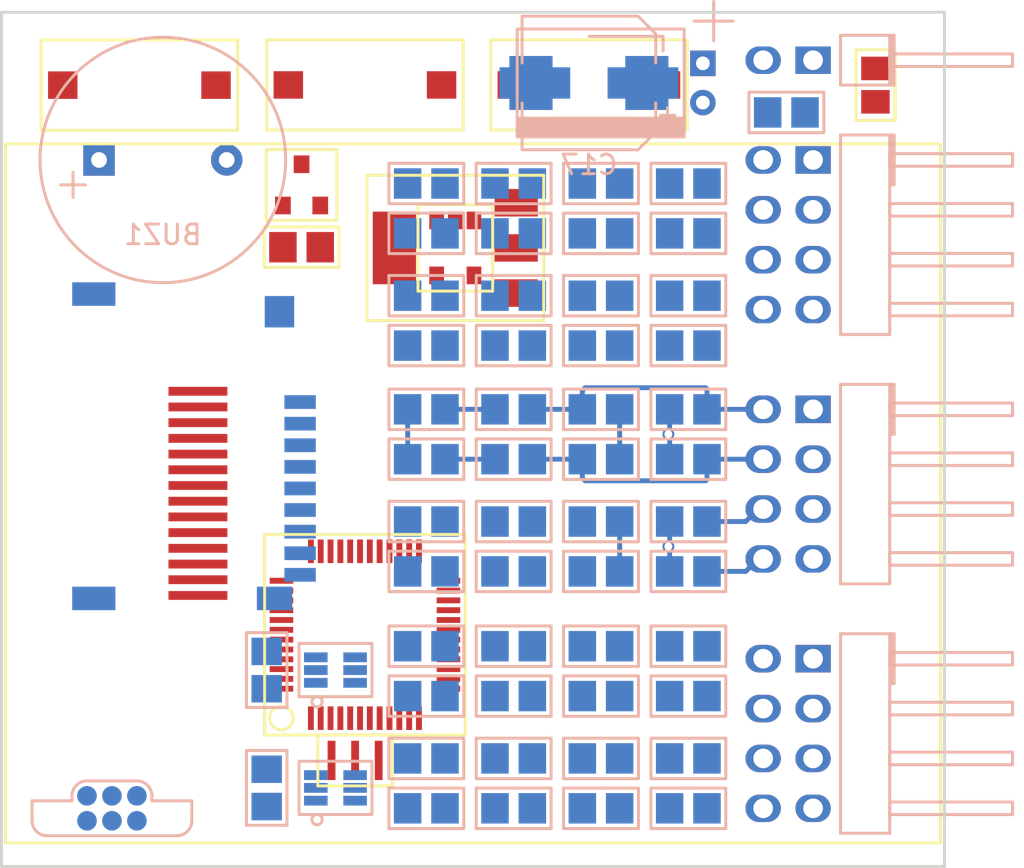
<source format=kicad_pcb>
(kicad_pcb (version 4) (host pcbnew 4.0.4-stable)
  (layers (0 F.Cu signal hide) (31 B.Cu signal) (34 B.Paste user) (35 F.Paste user) (36 B.SilkS user) (37 F.SilkS user) (38 B.Mask user) (39 F.Mask user) (44 Edge.Cuts user))
  (net 0 "")
  (net 1 GND)
  (net 2 VCC)
  (net 3 PIN0)
  (net 4 PIN1)
  (net 5 PIN2)
  (net 6 PIN3)
  (net 7 PIN4)
  (net 8 PIN5)
  (net 9 PIN6)
  (net 10 PIN7)
  (net 11 uC1)
  (net 12 uC0)
  (net 13 uC2)
  (net 14 uC3)
  (net 15 uC4)
  (net 16 uC5)
  (net 17 uC6)
  (net 18 uC7)
  (net 19 "Net-(BUZ1-Pad1)")
  (net 20 "Net-(BUZ1-Pad2)")
  (net 21 RST)
  (net 22 SWDIO)
  (net 23 SWCLK)
  (net 24 SWO)
  (net 25 PIN8)
  (net 26 PIN9)
  (net 27 PIN10)
  (net 28 PIN11)
  (net 29 uC8)
  (net 30 uC9)
  (net 31 uC10)
  (net 32 uC11)
  (net 33 VPP)
  (net 34 "Net-(Q2-Pad1)")
  (net 35 "Net-(Q2-Pad3)")
  (module niceSemiconductors:SOT23-5_N (layer F.Cu) (at 49.1 37.5 180)
    (fp_text reference U6)
    (fp_text value LP2980AIM5-3.0)
    (pad 1 smd rect (at -0.95 1.4 180) (size 0.75 0.9) (layers F.Cu F.Paste F.Mask) (net 33 VPP))
    (pad 2 smd rect (at 0 1.4 180) (size 0.75 0.9) (layers F.Cu F.Paste F.Mask) (net 1 GND))
    (pad 3 smd rect (at 0.95 1.4 180) (size 0.75 0.9) (layers F.Cu F.Paste F.Mask) (net 33 VPP))
    (pad 4 smd rect (at 0.95 -1.4) (size 0.75 0.9) (layers F.Cu F.Paste F.Mask))
    (pad 5 smd rect (at -0.95 -1.4) (size 0.75 0.9) (layers F.Cu F.Paste F.Mask) (net 2 VCC))
  )
  (module pnRLC:Cpol-6.3x7.7 (layer B.Cu) (at 55.9 29.1)
    (fp_text reference C17 (at 0 4.1656) (layer B.SilkS) (effects (justify mirror)))
    (fp_text value Cpol hide)
    (pad 1 smd rect (at 2.75082 0) (size 3.59918 1.6002) (layers B.Cu B.Paste B.Mask) (net 33 VPP))
    (pad 2 smd rect (at -2.75082 0) (size 3.59918 1.6002) (layers B.Cu B.Paste B.Mask) (net 1 GND))
  )
  (module niceRLC:Tantal_X_M (layer B.Cu) (at 55.9 29.1 180)
    (fp_text reference C15)
    (fp_text value Cpol)
    (pad 1 smd rect (at -2.95 0 180) (size 2.2 2.75) (layers B.Cu B.Paste B.Mask) (net 33 VPP))
    (pad 2 smd rect (at 2.95 0 180) (size 2.2 2.75) (layers B.Cu B.Paste B.Mask) (net 1 GND))
  )
  (module pnOther:XTAL_CSTCE (layer F.Cu) (at 44 63.6 180)
    (fp_text reference Q2)
    (fp_text value CSTCE)
    (pad 2 smd rect (at 0 0 180) (size 0.4 2) (layers F.Cu F.Paste F.Mask) (net 1 GND))
    (pad 1 smd rect (at -1.2 0 180) (size 0.4 2) (layers F.Cu F.Paste F.Mask) (net 34 "Net-(Q2-Pad1)"))
    (pad 3 smd rect (at 1.2 0 180) (size 0.4 2) (layers F.Cu F.Paste F.Mask) (net 35 "Net-(Q2-Pad3)"))
  )
  (module niceSemiconductors:SOT23-3_N (layer F.Cu) (at 41.275 34.29)
    (fp_text reference Q1)
    (fp_text value PDTC114ET)
    (pad 1 smd rect (at -0.95 1.05) (size 0.8 0.9) (layers F.Cu F.Paste F.Mask))
    (pad 2 smd rect (at 0.95 1.05) (size 0.8 0.9) (layers F.Cu F.Paste F.Mask) (net 1 GND))
    (pad 3 smd rect (at 0 -1.05 180) (size 0.8 0.9) (layers F.Cu F.Paste F.Mask) (net 20 "Net-(BUZ1-Pad2)"))
  )
  (module nicePinheaders:PIN-2x1_angled_N (layer B.Cu) (at 66.04 27.94 180)
    (fp_text reference CON5 hide)
    (fp_text value PIN-1x2)
    (pad 1 thru_hole rect (at -1.27 0 180) (size 1.8 1.4) (drill 1) (layers *.Cu *.Mask) (net 1 GND))
    (pad 2 thru_hole oval (at 1.27 0 180) (size 1.8 1.4) (drill 1) (layers *.Cu *.Mask) (net 33 VPP))
  )
  (module pnOther:buzzer_12x5.5 (layer B.Cu) (at 34.215 33.02)
    (fp_text reference BUZ1 (at 0 3.81) (layer B.SilkS) (effects (justify mirror)))
    (fp_text value PIN-1x2)
    (pad 1 thru_hole rect (at -3.25 0) (size 1.6 1.6) (drill 0.8) (layers *.Cu *.Mask) (net 19 "Net-(BUZ1-Pad1)"))
    (pad 2 thru_hole circle (at 3.25 0) (size 1.6 1.6) (drill 0.8) (layers *.Cu *.Mask) (net 20 "Net-(BUZ1-Pad2)"))
  )
  (module pnConnector:pogo_clip_6 (layer B.Cu) (at 31.623 66.04 180)
    (fp_text reference CON4)
    (fp_text value SWD-6pin)
    (pad 1 smd circle (at -1.27 -0.635 180) (size 1 1) (layers B.Cu B.Mask) (net 2 VCC))
    (pad 3 smd circle (at 0 -0.635 180) (size 1 1) (layers B.Cu B.Mask) (net 21 RST))
    (pad 5 smd circle (at 1.27 -0.635 180) (size 1 1) (layers B.Cu B.Mask) (net 1 GND))
    (pad 2 smd circle (at -1.27 0.635 180) (size 1 1) (layers B.Cu B.Mask) (net 22 SWDIO))
    (pad 4 smd circle (at 0 0.635 180) (size 1 1) (layers B.Cu B.Mask) (net 23 SWCLK))
    (pad 6 smd circle (at 1.27 0.635 180) (size 1 1) (layers B.Cu B.Mask) (net 24 SWO))
    (pad "" np_thru_hole circle (at -3.175 -0.635 180) (size 1 1) (drill 1) (layers *.Cu *.Mask))
    (pad "" np_thru_hole circle (at 3.175 -0.635 180) (size 1 1) (drill 1) (layers *.Cu *.Mask))
  )
  (module niceRLC:0805_N (layer F.Cu) (at 70.485 29.21 90)
    (fp_text reference D1)
    (fp_text value diode_LED)
    (pad 1 smd rect (at -0.85 0 90) (size 1.2 1.45) (layers F.Cu F.Paste F.Mask) (net 1 GND))
    (pad 2 smd rect (at 0.85 0 90) (size 1.2 1.45) (layers F.Cu F.Paste F.Mask))
  )
  (module 0805_M (layer B.Cu) (at 60.96 45.72 180)
    (fp_text reference C1)
    (fp_text value C)
    (pad 1 smd rect (at -0.95 0 180) (size 1.4 1.55) (layers B.Cu B.Paste B.Mask) (net 3 PIN0))
    (pad 2 smd rect (at 0.95 0 180) (size 1.4 1.55) (layers B.Cu B.Paste B.Mask) (net 1 GND))
  )
  (module 0805_M (layer B.Cu) (at 60.96 48.26 180)
    (fp_text reference C2)
    (fp_text value C)
    (pad 1 smd rect (at -0.95 0 180) (size 1.4 1.55) (layers B.Cu B.Paste B.Mask) (net 4 PIN1))
    (pad 2 smd rect (at 0.95 0 180) (size 1.4 1.55) (layers B.Cu B.Paste B.Mask) (net 1 GND))
  )
  (module 0805_M (layer B.Cu) (at 60.96 51.435 180)
    (fp_text reference C3)
    (fp_text value C)
    (pad 1 smd rect (at -0.95 0 180) (size 1.4 1.55) (layers B.Cu B.Paste B.Mask) (net 5 PIN2))
    (pad 2 smd rect (at 0.95 0 180) (size 1.4 1.55) (layers B.Cu B.Paste B.Mask) (net 1 GND))
  )
  (module 0805_M (layer B.Cu) (at 60.96 53.975 180)
    (fp_text reference C4)
    (fp_text value C)
    (pad 1 smd rect (at -0.95 0 180) (size 1.4 1.55) (layers B.Cu B.Paste B.Mask) (net 6 PIN3))
    (pad 2 smd rect (at 0.95 0 180) (size 1.4 1.55) (layers B.Cu B.Paste B.Mask) (net 1 GND))
  )
  (module 0805_M (layer B.Cu) (at 60.96 57.785 180)
    (fp_text reference C5)
    (fp_text value C)
    (pad 1 smd rect (at -0.95 0 180) (size 1.4 1.55) (layers B.Cu B.Paste B.Mask) (net 7 PIN4))
    (pad 2 smd rect (at 0.95 0 180) (size 1.4 1.55) (layers B.Cu B.Paste B.Mask) (net 1 GND))
  )
  (module 0805_M (layer B.Cu) (at 60.96 60.325 180)
    (fp_text reference C6)
    (fp_text value C)
    (pad 1 smd rect (at -0.95 0 180) (size 1.4 1.55) (layers B.Cu B.Paste B.Mask) (net 8 PIN5))
    (pad 2 smd rect (at 0.95 0 180) (size 1.4 1.55) (layers B.Cu B.Paste B.Mask) (net 1 GND))
  )
  (module 0805_M (layer B.Cu) (at 60.96 63.5 180)
    (fp_text reference C7)
    (fp_text value C)
    (pad 1 smd rect (at -0.95 0 180) (size 1.4 1.55) (layers B.Cu B.Paste B.Mask) (net 9 PIN6))
    (pad 2 smd rect (at 0.95 0 180) (size 1.4 1.55) (layers B.Cu B.Paste B.Mask) (net 1 GND))
  )
  (module 0805_M (layer B.Cu) (at 60.96 66.04 180)
    (fp_text reference C8)
    (fp_text value C)
    (pad 1 smd rect (at -0.95 0 180) (size 1.4 1.55) (layers B.Cu B.Paste B.Mask) (net 10 PIN7))
    (pad 2 smd rect (at 0.95 0 180) (size 1.4 1.55) (layers B.Cu B.Paste B.Mask) (net 1 GND))
  )
  (module 0805_M (layer B.Cu) (at 39.5 65 270)
    (fp_text reference C9)
    (fp_text value C)
    (pad 1 smd rect (at -0.95 0 270) (size 1.4 1.55) (layers B.Cu B.Paste B.Mask) (net 2 VCC))
    (pad 2 smd rect (at 0.95 0 270) (size 1.4 1.55) (layers B.Cu B.Paste B.Mask) (net 1 GND))
  )
  (module 0805_M (layer B.Cu) (at 39.5 59 270)
    (fp_text reference C10)
    (fp_text value C)
    (pad 1 smd rect (at -0.95 0 270) (size 1.4 1.55) (layers B.Cu B.Paste B.Mask) (net 2 VCC))
    (pad 2 smd rect (at 0.95 0 270) (size 1.4 1.55) (layers B.Cu B.Paste B.Mask) (net 1 GND))
  )
  (module 0805_M (layer B.Cu) (at 60.96 34.22 180)
    (fp_text reference C11)
    (fp_text value C)
    (pad 1 smd rect (at -0.95 0 180) (size 1.4 1.55) (layers B.Cu B.Paste B.Mask) (net 25 PIN8))
    (pad 2 smd rect (at 0.95 0 180) (size 1.4 1.55) (layers B.Cu B.Paste B.Mask) (net 1 GND))
  )
  (module 0805_M (layer B.Cu) (at 60.96 36.76 180)
    (fp_text reference C12)
    (fp_text value C)
    (pad 1 smd rect (at -0.95 0 180) (size 1.4 1.55) (layers B.Cu B.Paste B.Mask) (net 26 PIN9))
    (pad 2 smd rect (at 0.95 0 180) (size 1.4 1.55) (layers B.Cu B.Paste B.Mask) (net 1 GND))
  )
  (module 0805_M (layer B.Cu) (at 60.96 39.935 180)
    (fp_text reference C13)
    (fp_text value C)
    (pad 1 smd rect (at -0.95 0 180) (size 1.4 1.55) (layers B.Cu B.Paste B.Mask) (net 27 PIN10))
    (pad 2 smd rect (at 0.95 0 180) (size 1.4 1.55) (layers B.Cu B.Paste B.Mask) (net 1 GND))
  )
  (module 0805_M (layer B.Cu) (at 60.96 42.475 180)
    (fp_text reference C14)
    (fp_text value C)
    (pad 1 smd rect (at -0.95 0 180) (size 1.4 1.55) (layers B.Cu B.Paste B.Mask) (net 28 PIN11))
    (pad 2 smd rect (at 0.95 0 180) (size 1.4 1.55) (layers B.Cu B.Paste B.Mask) (net 1 GND))
  )
  (module niceRLC:Cpol_5.0_7.0_HR_N (layer B.Cu) (at 61.7 29.1 270)
    (fp_text reference C16)
    (fp_text value Cpol)
    (pad 1 thru_hole rect (at -1 0 270) (size 1.3 1.3) (drill 0.7) (layers *.Cu *.Mask) (net 33 VPP))
    (pad 2 thru_hole oval (at 1 0 270) (size 1.3 1.3) (drill 0.7) (layers *.Cu *.Mask) (net 1 GND))
  )
  (module 0805_M (layer B.Cu) (at 65.95 30.6)
    (fp_text reference C18)
    (fp_text value C)
    (pad 1 smd rect (at -0.95 0) (size 1.4 1.55) (layers B.Cu B.Paste B.Mask) (net 33 VPP))
    (pad 2 smd rect (at 0.95 0) (size 1.4 1.55) (layers B.Cu B.Paste B.Mask) (net 1 GND))
  )
  (module PIN-2x4_angled_N (layer B.Cu) (at 66.04 36.83 180)
    (fp_text reference CON1 hide)
    (fp_text value PIN-2x4)
    (pad 1 thru_hole rect (at -1.27 3.81 180) (size 1.8 1.4) (drill 1) (layers *.Cu *.Mask) (net 1 GND))
    (pad 2 thru_hole oval (at 1.27 3.81 180) (size 1.8 1.4) (drill 1) (layers *.Cu *.Mask) (net 25 PIN8))
    (pad 3 thru_hole oval (at -1.27 1.27 180) (size 1.8 1.4) (drill 1) (layers *.Cu *.Mask) (net 1 GND))
    (pad 4 thru_hole oval (at 1.27 1.27 180) (size 1.8 1.4) (drill 1) (layers *.Cu *.Mask) (net 26 PIN9))
    (pad 5 thru_hole oval (at -1.27 -1.27 180) (size 1.8 1.4) (drill 1) (layers *.Cu *.Mask) (net 1 GND))
    (pad 6 thru_hole oval (at 1.27 -1.27 180) (size 1.8 1.4) (drill 1) (layers *.Cu *.Mask) (net 27 PIN10))
    (pad 7 thru_hole oval (at -1.27 -3.81 180) (size 1.8 1.4) (drill 1) (layers *.Cu *.Mask) (net 1 GND))
    (pad 8 thru_hole oval (at 1.27 -3.81 180) (size 1.8 1.4) (drill 1) (layers *.Cu *.Mask) (net 28 PIN11))
  )
  (module PIN-2x4_angled_N (layer B.Cu) (at 66.04 49.53 180)
    (fp_text reference CON2 hide)
    (fp_text value PIN-2x4)
    (pad 1 thru_hole rect (at -1.27 3.81 180) (size 1.8 1.4) (drill 1) (layers *.Cu *.Mask) (net 1 GND))
    (pad 2 thru_hole oval (at 1.27 3.81 180) (size 1.8 1.4) (drill 1) (layers *.Cu *.Mask) (net 3 PIN0))
    (pad 3 thru_hole oval (at -1.27 1.27 180) (size 1.8 1.4) (drill 1) (layers *.Cu *.Mask) (net 1 GND))
    (pad 4 thru_hole oval (at 1.27 1.27 180) (size 1.8 1.4) (drill 1) (layers *.Cu *.Mask) (net 4 PIN1))
    (pad 5 thru_hole oval (at -1.27 -1.27 180) (size 1.8 1.4) (drill 1) (layers *.Cu *.Mask) (net 1 GND))
    (pad 6 thru_hole oval (at 1.27 -1.27 180) (size 1.8 1.4) (drill 1) (layers *.Cu *.Mask) (net 5 PIN2))
    (pad 7 thru_hole oval (at -1.27 -3.81 180) (size 1.8 1.4) (drill 1) (layers *.Cu *.Mask) (net 1 GND))
    (pad 8 thru_hole oval (at 1.27 -3.81 180) (size 1.8 1.4) (drill 1) (layers *.Cu *.Mask) (net 6 PIN3))
  )
  (module PIN-2x4_angled_N (layer B.Cu) (at 66.04 62.23 180)
    (fp_text reference CON3 hide)
    (fp_text value PIN-2x4)
    (pad 1 thru_hole rect (at -1.27 3.81 180) (size 1.8 1.4) (drill 1) (layers *.Cu *.Mask) (net 1 GND))
    (pad 2 thru_hole oval (at 1.27 3.81 180) (size 1.8 1.4) (drill 1) (layers *.Cu *.Mask) (net 7 PIN4))
    (pad 3 thru_hole oval (at -1.27 1.27 180) (size 1.8 1.4) (drill 1) (layers *.Cu *.Mask) (net 1 GND))
    (pad 4 thru_hole oval (at 1.27 1.27 180) (size 1.8 1.4) (drill 1) (layers *.Cu *.Mask) (net 8 PIN5))
    (pad 5 thru_hole oval (at -1.27 -1.27 180) (size 1.8 1.4) (drill 1) (layers *.Cu *.Mask) (net 1 GND))
    (pad 6 thru_hole oval (at 1.27 -1.27 180) (size 1.8 1.4) (drill 1) (layers *.Cu *.Mask) (net 9 PIN6))
    (pad 7 thru_hole oval (at -1.27 -3.81 180) (size 1.8 1.4) (drill 1) (layers *.Cu *.Mask) (net 1 GND))
    (pad 8 thru_hole oval (at 1.27 -3.81 180) (size 1.8 1.4) (drill 1) (layers *.Cu *.Mask) (net 10 PIN7))
  )
  (module 0805_R_M (layer B.Cu) (at 56.515 45.72)
    (fp_text reference R1)
    (fp_text value R)
    (pad 1 smd rect (at -0.95 0) (size 1.4 1.55) (layers B.Cu B.Paste B.Mask) (net 3 PIN0))
    (pad 2 smd rect (at 0.95 0) (size 1.4 1.55) (layers B.Cu B.Paste B.Mask) (net 2 VCC))
  )
  (module 0805_R_M (layer B.Cu) (at 56.515 48.26)
    (fp_text reference R2)
    (fp_text value R)
    (pad 1 smd rect (at -0.95 0) (size 1.4 1.55) (layers B.Cu B.Paste B.Mask) (net 4 PIN1))
    (pad 2 smd rect (at 0.95 0) (size 1.4 1.55) (layers B.Cu B.Paste B.Mask) (net 2 VCC))
  )
  (module 0805_R_M (layer B.Cu) (at 56.515 51.435)
    (fp_text reference R3)
    (fp_text value R)
    (pad 1 smd rect (at -0.95 0) (size 1.4 1.55) (layers B.Cu B.Paste B.Mask) (net 5 PIN2))
    (pad 2 smd rect (at 0.95 0) (size 1.4 1.55) (layers B.Cu B.Paste B.Mask) (net 2 VCC))
  )
  (module 0805_R_M (layer B.Cu) (at 52.07 48.26)
    (fp_text reference R4)
    (fp_text value R)
    (pad 1 smd rect (at -0.95 0) (size 1.4 1.55) (layers B.Cu B.Paste B.Mask) (net 11 uC1))
    (pad 2 smd rect (at 0.95 0) (size 1.4 1.55) (layers B.Cu B.Paste B.Mask) (net 4 PIN1))
  )
  (module 0805_R_M (layer B.Cu) (at 52.07 45.72)
    (fp_text reference R5)
    (fp_text value R)
    (pad 1 smd rect (at -0.95 0) (size 1.4 1.55) (layers B.Cu B.Paste B.Mask) (net 12 uC0))
    (pad 2 smd rect (at 0.95 0) (size 1.4 1.55) (layers B.Cu B.Paste B.Mask) (net 3 PIN0))
  )
  (module 0805_R_M (layer B.Cu) (at 52.07 51.435)
    (fp_text reference R6)
    (fp_text value R)
    (pad 1 smd rect (at -0.95 0) (size 1.4 1.55) (layers B.Cu B.Paste B.Mask) (net 13 uC2))
    (pad 2 smd rect (at 0.95 0) (size 1.4 1.55) (layers B.Cu B.Paste B.Mask) (net 5 PIN2))
  )
  (module 0805_R_M (layer B.Cu) (at 56.515 53.975)
    (fp_text reference R7)
    (fp_text value R)
    (pad 1 smd rect (at -0.95 0) (size 1.4 1.55) (layers B.Cu B.Paste B.Mask) (net 6 PIN3))
    (pad 2 smd rect (at 0.95 0) (size 1.4 1.55) (layers B.Cu B.Paste B.Mask) (net 2 VCC))
  )
  (module 0805_R_M (layer B.Cu) (at 56.515 57.785)
    (fp_text reference R8)
    (fp_text value R)
    (pad 1 smd rect (at -0.95 0) (size 1.4 1.55) (layers B.Cu B.Paste B.Mask) (net 7 PIN4))
    (pad 2 smd rect (at 0.95 0) (size 1.4 1.55) (layers B.Cu B.Paste B.Mask) (net 2 VCC))
  )
  (module 0805_R_M (layer B.Cu) (at 56.515 60.325)
    (fp_text reference R9)
    (fp_text value R)
    (pad 1 smd rect (at -0.95 0) (size 1.4 1.55) (layers B.Cu B.Paste B.Mask) (net 8 PIN5))
    (pad 2 smd rect (at 0.95 0) (size 1.4 1.55) (layers B.Cu B.Paste B.Mask) (net 2 VCC))
  )
  (module 0805_R_M (layer B.Cu) (at 52.07 53.975)
    (fp_text reference R10)
    (fp_text value R)
    (pad 1 smd rect (at -0.95 0) (size 1.4 1.55) (layers B.Cu B.Paste B.Mask) (net 14 uC3))
    (pad 2 smd rect (at 0.95 0) (size 1.4 1.55) (layers B.Cu B.Paste B.Mask) (net 6 PIN3))
  )
  (module 0805_R_M (layer B.Cu) (at 52.07 57.785)
    (fp_text reference R11)
    (fp_text value R)
    (pad 1 smd rect (at -0.95 0) (size 1.4 1.55) (layers B.Cu B.Paste B.Mask) (net 15 uC4))
    (pad 2 smd rect (at 0.95 0) (size 1.4 1.55) (layers B.Cu B.Paste B.Mask) (net 7 PIN4))
  )
  (module 0805_R_M (layer B.Cu) (at 52.07 60.325)
    (fp_text reference R12)
    (fp_text value R)
    (pad 1 smd rect (at -0.95 0) (size 1.4 1.55) (layers B.Cu B.Paste B.Mask) (net 16 uC5))
    (pad 2 smd rect (at 0.95 0) (size 1.4 1.55) (layers B.Cu B.Paste B.Mask) (net 8 PIN5))
  )
  (module 0805_R_M (layer B.Cu) (at 56.515 63.5)
    (fp_text reference R13)
    (fp_text value R)
    (pad 1 smd rect (at -0.95 0) (size 1.4 1.55) (layers B.Cu B.Paste B.Mask) (net 9 PIN6))
    (pad 2 smd rect (at 0.95 0) (size 1.4 1.55) (layers B.Cu B.Paste B.Mask) (net 2 VCC))
  )
  (module 0805_R_M (layer B.Cu) (at 56.515 66.04)
    (fp_text reference R14)
    (fp_text value R)
    (pad 1 smd rect (at -0.95 0) (size 1.4 1.55) (layers B.Cu B.Paste B.Mask) (net 10 PIN7))
    (pad 2 smd rect (at 0.95 0) (size 1.4 1.55) (layers B.Cu B.Paste B.Mask) (net 2 VCC))
  )
  (module 0805_R_M (layer B.Cu) (at 52.07 63.5)
    (fp_text reference R15)
    (fp_text value R)
    (pad 1 smd rect (at -0.95 0) (size 1.4 1.55) (layers B.Cu B.Paste B.Mask) (net 17 uC6))
    (pad 2 smd rect (at 0.95 0) (size 1.4 1.55) (layers B.Cu B.Paste B.Mask) (net 9 PIN6))
  )
  (module 0805_R_M (layer B.Cu) (at 52.07 66.04)
    (fp_text reference R16)
    (fp_text value R)
    (pad 1 smd rect (at -0.95 0) (size 1.4 1.55) (layers B.Cu B.Paste B.Mask) (net 18 uC7))
    (pad 2 smd rect (at 0.95 0) (size 1.4 1.55) (layers B.Cu B.Paste B.Mask) (net 10 PIN7))
  )
  (module 0805_R_M (layer B.Cu) (at 47.625 45.72)
    (fp_text reference R17)
    (fp_text value R)
    (pad 1 smd rect (at -0.95 0) (size 1.4 1.55) (layers B.Cu B.Paste B.Mask) (net 1 GND))
    (pad 2 smd rect (at 0.95 0) (size 1.4 1.55) (layers B.Cu B.Paste B.Mask) (net 12 uC0))
  )
  (module 0805_R_M (layer B.Cu) (at 47.625 48.26)
    (fp_text reference R18)
    (fp_text value R)
    (pad 1 smd rect (at -0.95 0) (size 1.4 1.55) (layers B.Cu B.Paste B.Mask) (net 1 GND))
    (pad 2 smd rect (at 0.95 0) (size 1.4 1.55) (layers B.Cu B.Paste B.Mask) (net 11 uC1))
  )
  (module 0805_R_M (layer B.Cu) (at 47.625 51.435)
    (fp_text reference R19)
    (fp_text value R)
    (pad 1 smd rect (at -0.95 0) (size 1.4 1.55) (layers B.Cu B.Paste B.Mask) (net 1 GND))
    (pad 2 smd rect (at 0.95 0) (size 1.4 1.55) (layers B.Cu B.Paste B.Mask) (net 13 uC2))
  )
  (module 0805_R_M (layer B.Cu) (at 47.625 53.975)
    (fp_text reference R20)
    (fp_text value R)
    (pad 1 smd rect (at -0.95 0) (size 1.4 1.55) (layers B.Cu B.Paste B.Mask) (net 1 GND))
    (pad 2 smd rect (at 0.95 0) (size 1.4 1.55) (layers B.Cu B.Paste B.Mask) (net 14 uC3))
  )
  (module 0805_R_M (layer B.Cu) (at 47.625 57.785)
    (fp_text reference R21)
    (fp_text value R)
    (pad 1 smd rect (at -0.95 0) (size 1.4 1.55) (layers B.Cu B.Paste B.Mask) (net 1 GND))
    (pad 2 smd rect (at 0.95 0) (size 1.4 1.55) (layers B.Cu B.Paste B.Mask) (net 15 uC4))
  )
  (module 0805_R_M (layer B.Cu) (at 47.625 60.325)
    (fp_text reference R22)
    (fp_text value R)
    (pad 1 smd rect (at -0.95 0) (size 1.4 1.55) (layers B.Cu B.Paste B.Mask) (net 1 GND))
    (pad 2 smd rect (at 0.95 0) (size 1.4 1.55) (layers B.Cu B.Paste B.Mask) (net 16 uC5))
  )
  (module 0805_R_M (layer B.Cu) (at 47.625 63.5)
    (fp_text reference R23)
    (fp_text value R)
    (pad 1 smd rect (at -0.95 0) (size 1.4 1.55) (layers B.Cu B.Paste B.Mask) (net 1 GND))
    (pad 2 smd rect (at 0.95 0) (size 1.4 1.55) (layers B.Cu B.Paste B.Mask) (net 17 uC6))
  )
  (module 0805_R_M (layer B.Cu) (at 47.625 66.04)
    (fp_text reference R24)
    (fp_text value R)
    (pad 1 smd rect (at -0.95 0) (size 1.4 1.55) (layers B.Cu B.Paste B.Mask) (net 1 GND))
    (pad 2 smd rect (at 0.95 0) (size 1.4 1.55) (layers B.Cu B.Paste B.Mask) (net 18 uC7))
  )
  (module 0805_R_M (layer B.Cu) (at 56.515 34.22)
    (fp_text reference R25)
    (fp_text value R)
    (pad 1 smd rect (at -0.95 0) (size 1.4 1.55) (layers B.Cu B.Paste B.Mask) (net 25 PIN8))
    (pad 2 smd rect (at 0.95 0) (size 1.4 1.55) (layers B.Cu B.Paste B.Mask) (net 2 VCC))
  )
  (module 0805_R_M (layer B.Cu) (at 56.515 36.76)
    (fp_text reference R26)
    (fp_text value R)
    (pad 1 smd rect (at -0.95 0) (size 1.4 1.55) (layers B.Cu B.Paste B.Mask) (net 26 PIN9))
    (pad 2 smd rect (at 0.95 0) (size 1.4 1.55) (layers B.Cu B.Paste B.Mask) (net 2 VCC))
  )
  (module 0805_R_M (layer B.Cu) (at 56.515 39.935)
    (fp_text reference R27)
    (fp_text value R)
    (pad 1 smd rect (at -0.95 0) (size 1.4 1.55) (layers B.Cu B.Paste B.Mask) (net 27 PIN10))
    (pad 2 smd rect (at 0.95 0) (size 1.4 1.55) (layers B.Cu B.Paste B.Mask) (net 2 VCC))
  )
  (module 0805_R_M (layer B.Cu) (at 56.515 42.475)
    (fp_text reference R28)
    (fp_text value R)
    (pad 1 smd rect (at -0.95 0) (size 1.4 1.55) (layers B.Cu B.Paste B.Mask) (net 28 PIN11))
    (pad 2 smd rect (at 0.95 0) (size 1.4 1.55) (layers B.Cu B.Paste B.Mask) (net 2 VCC))
  )
  (module 0805_R_M (layer B.Cu) (at 52.07 34.22)
    (fp_text reference R29)
    (fp_text value R)
    (pad 1 smd rect (at -0.95 0) (size 1.4 1.55) (layers B.Cu B.Paste B.Mask) (net 29 uC8))
    (pad 2 smd rect (at 0.95 0) (size 1.4 1.55) (layers B.Cu B.Paste B.Mask) (net 25 PIN8))
  )
  (module 0805_R_M (layer B.Cu) (at 52.07 36.76)
    (fp_text reference R30)
    (fp_text value R)
    (pad 1 smd rect (at -0.95 0) (size 1.4 1.55) (layers B.Cu B.Paste B.Mask) (net 30 uC9))
    (pad 2 smd rect (at 0.95 0) (size 1.4 1.55) (layers B.Cu B.Paste B.Mask) (net 26 PIN9))
  )
  (module 0805_R_M (layer B.Cu) (at 52.07 39.935)
    (fp_text reference R31)
    (fp_text value R)
    (pad 1 smd rect (at -0.95 0) (size 1.4 1.55) (layers B.Cu B.Paste B.Mask) (net 31 uC10))
    (pad 2 smd rect (at 0.95 0) (size 1.4 1.55) (layers B.Cu B.Paste B.Mask) (net 27 PIN10))
  )
  (module 0805_R_M (layer B.Cu) (at 52.07 42.475)
    (fp_text reference R32)
    (fp_text value R)
    (pad 1 smd rect (at -0.95 0) (size 1.4 1.55) (layers B.Cu B.Paste B.Mask) (net 32 uC11))
    (pad 2 smd rect (at 0.95 0) (size 1.4 1.55) (layers B.Cu B.Paste B.Mask) (net 28 PIN11))
  )
  (module 0805_R_M (layer B.Cu) (at 47.625 34.22)
    (fp_text reference R33)
    (fp_text value R)
    (pad 1 smd rect (at -0.95 0) (size 1.4 1.55) (layers B.Cu B.Paste B.Mask) (net 1 GND))
    (pad 2 smd rect (at 0.95 0) (size 1.4 1.55) (layers B.Cu B.Paste B.Mask) (net 29 uC8))
  )
  (module 0805_R_M (layer B.Cu) (at 47.625 36.76)
    (fp_text reference R34)
    (fp_text value R)
    (pad 1 smd rect (at -0.95 0) (size 1.4 1.55) (layers B.Cu B.Paste B.Mask) (net 1 GND))
    (pad 2 smd rect (at 0.95 0) (size 1.4 1.55) (layers B.Cu B.Paste B.Mask) (net 30 uC9))
  )
  (module 0805_R_M (layer B.Cu) (at 47.625 39.935)
    (fp_text reference R35)
    (fp_text value R)
    (pad 1 smd rect (at -0.95 0) (size 1.4 1.55) (layers B.Cu B.Paste B.Mask) (net 1 GND))
    (pad 2 smd rect (at 0.95 0) (size 1.4 1.55) (layers B.Cu B.Paste B.Mask) (net 31 uC10))
  )
  (module 0805_R_M (layer B.Cu) (at 47.625 42.475)
    (fp_text reference R36)
    (fp_text value R)
    (pad 1 smd rect (at -0.95 0) (size 1.4 1.55) (layers B.Cu B.Paste B.Mask) (net 1 GND))
    (pad 2 smd rect (at 0.95 0) (size 1.4 1.55) (layers B.Cu B.Paste B.Mask) (net 32 uC11))
  )
  (module 0805_R_M (layer F.Cu) (at 41.275 37.465)
    (fp_text reference R37)
    (fp_text value R)
    (pad 1 smd rect (at -0.95 0) (size 1.4 1.55) (layers F.Cu F.Paste F.Mask) (net 19 "Net-(BUZ1-Pad1)"))
    (pad 2 smd rect (at 0.95 0) (size 1.4 1.55) (layers F.Cu F.Paste F.Mask) (net 33 VPP))
  )
  (module MicroswitchSmd6x4_N (layer F.Cu) (at 33.02 29.21 90)
    (fp_text reference SW1)
    (fp_text value MicroswitchSmt6x4_V)
    (pad 1 smd rect (at 0 3.9 90) (size 1.4 1.5) (layers F.Cu F.Paste F.Mask) (net 1 GND))
    (pad 2 smd rect (at 0 -3.9 270) (size 1.4 1.5) (layers F.Cu F.Paste F.Mask))
  )
  (module MicroswitchSmd6x4_N (layer F.Cu) (at 44.5 29.2 90)
    (fp_text reference SW2)
    (fp_text value MicroswitchSmt6x4_V)
    (pad 1 smd rect (at 0 3.9 90) (size 1.4 1.5) (layers F.Cu F.Paste F.Mask) (net 1 GND))
    (pad 2 smd rect (at 0 -3.9 270) (size 1.4 1.5) (layers F.Cu F.Paste F.Mask))
  )
  (module MicroswitchSmd6x4_N (layer F.Cu) (at 55.9 29.2 90)
    (fp_text reference SW3)
    (fp_text value MicroswitchSmt6x4_V)
    (pad 1 smd rect (at 0 3.9 90) (size 1.4 1.5) (layers F.Cu F.Paste F.Mask) (net 1 GND))
    (pad 2 smd rect (at 0 -3.9 270) (size 1.4 1.5) (layers F.Cu F.Paste F.Mask))
  )
  (module ST_LQFP48_ST_default (layer F.Cu) (at 44.5 57.2 90)
    (fp_text reference U1)
    (fp_text value STM32_LQFP48)
    (pad 1 smd rect (at -4.25 -2.75 90) (size 1.2 0.3) (layers F.Cu F.Paste F.Mask) (net 2 VCC))
    (pad 2 smd rect (at -4.25 -2.25 90) (size 1.2 0.3) (layers F.Cu F.Paste F.Mask))
    (pad 3 smd rect (at -4.25 -1.75 90) (size 1.2 0.3) (layers F.Cu F.Paste F.Mask))
    (pad 4 smd rect (at -4.25 -1.25 90) (size 1.2 0.3) (layers F.Cu F.Paste F.Mask))
    (pad 5 smd rect (at -4.25 -0.75 90) (size 1.2 0.3) (layers F.Cu F.Paste F.Mask) (net 35 "Net-(Q2-Pad3)"))
    (pad 6 smd rect (at -4.25 -0.25 90) (size 1.2 0.3) (layers F.Cu F.Paste F.Mask) (net 34 "Net-(Q2-Pad1)"))
    (pad 7 smd rect (at -4.25 0.25 90) (size 1.2 0.3) (layers F.Cu F.Paste F.Mask) (net 21 RST))
    (pad 8 smd rect (at -4.25 0.75 90) (size 1.2 0.3) (layers F.Cu F.Paste F.Mask) (net 1 GND))
    (pad 9 smd rect (at -4.25 1.25 90) (size 1.2 0.3) (layers F.Cu F.Paste F.Mask) (net 2 VCC))
    (pad 10 smd rect (at -4.25 1.75 90) (size 1.2 0.3) (layers F.Cu F.Paste F.Mask) (net 12 uC0))
    (pad 11 smd rect (at -4.25 2.25 90) (size 1.2 0.3) (layers F.Cu F.Paste F.Mask) (net 11 uC1))
    (pad 12 smd rect (at -4.25 2.75 90) (size 1.2 0.3) (layers F.Cu F.Paste F.Mask) (net 13 uC2))
    (pad 13 smd rect (at -2.75 4.25 180) (size 1.2 0.3) (layers F.Cu F.Paste F.Mask) (net 14 uC3))
    (pad 14 smd rect (at -2.25 4.25 180) (size 1.2 0.3) (layers F.Cu F.Paste F.Mask) (net 15 uC4))
    (pad 15 smd rect (at -1.75 4.25 180) (size 1.2 0.3) (layers F.Cu F.Paste F.Mask) (net 16 uC5))
    (pad 16 smd rect (at -1.25 4.25 180) (size 1.2 0.3) (layers F.Cu F.Paste F.Mask) (net 17 uC6))
    (pad 17 smd rect (at -0.75 4.25 180) (size 1.2 0.3) (layers F.Cu F.Paste F.Mask))
    (pad 18 smd rect (at -0.25 4.25 180) (size 1.2 0.3) (layers F.Cu F.Paste F.Mask) (net 18 uC7))
    (pad 19 smd rect (at 0.25 4.25 180) (size 1.2 0.3) (layers F.Cu F.Paste F.Mask))
    (pad 20 smd rect (at 0.75 4.25 180) (size 1.2 0.3) (layers F.Cu F.Paste F.Mask))
    (pad 21 smd rect (at 1.25 4.25 180) (size 1.2 0.3) (layers F.Cu F.Paste F.Mask))
    (pad 22 smd rect (at 1.75 4.25 180) (size 1.2 0.3) (layers F.Cu F.Paste F.Mask))
    (pad 23 smd rect (at 2.25 4.25 180) (size 1.2 0.3) (layers F.Cu F.Paste F.Mask) (net 1 GND))
    (pad 24 smd rect (at 2.75 4.25 180) (size 1.2 0.3) (layers F.Cu F.Paste F.Mask) (net 2 VCC))
    (pad 25 smd rect (at 4.25 2.75 270) (size 1.2 0.3) (layers F.Cu F.Paste F.Mask))
    (pad 26 smd rect (at 4.25 2.25 270) (size 1.2 0.3) (layers F.Cu F.Paste F.Mask))
    (pad 27 smd rect (at 4.25 1.75 270) (size 1.2 0.3) (layers F.Cu F.Paste F.Mask))
    (pad 28 smd rect (at 4.25 1.25 270) (size 1.2 0.3) (layers F.Cu F.Paste F.Mask))
    (pad 29 smd rect (at 4.25 0.75 270) (size 1.2 0.3) (layers F.Cu F.Paste F.Mask))
    (pad 30 smd rect (at 4.25 0.25 270) (size 1.2 0.3) (layers F.Cu F.Paste F.Mask))
    (pad 31 smd rect (at 4.25 -0.25 270) (size 1.2 0.3) (layers F.Cu F.Paste F.Mask))
    (pad 32 smd rect (at 4.25 -0.75 270) (size 1.2 0.3) (layers F.Cu F.Paste F.Mask))
    (pad 33 smd rect (at 4.25 -1.25 270) (size 1.2 0.3) (layers F.Cu F.Paste F.Mask))
    (pad 34 smd rect (at 4.25 -1.75 270) (size 1.2 0.3) (layers F.Cu F.Paste F.Mask) (net 22 SWDIO))
    (pad 35 smd rect (at 4.25 -2.25 270) (size 1.2 0.3) (layers F.Cu F.Paste F.Mask))
    (pad 36 smd rect (at 4.25 -2.75 270) (size 1.2 0.3) (layers F.Cu F.Paste F.Mask))
    (pad 37 smd rect (at 2.75 -4.25) (size 1.2 0.3) (layers F.Cu F.Paste F.Mask) (net 23 SWCLK))
    (pad 38 smd rect (at 2.25 -4.25) (size 1.2 0.3) (layers F.Cu F.Paste F.Mask))
    (pad 39 smd rect (at 1.75 -4.25) (size 1.2 0.3) (layers F.Cu F.Paste F.Mask) (net 24 SWO))
    (pad 40 smd rect (at 1.25 -4.25) (size 1.2 0.3) (layers F.Cu F.Paste F.Mask))
    (pad 41 smd rect (at 0.75 -4.25) (size 1.2 0.3) (layers F.Cu F.Paste F.Mask))
    (pad 42 smd rect (at 0.25 -4.25) (size 1.2 0.3) (layers F.Cu F.Paste F.Mask))
    (pad 43 smd rect (at -0.25 -4.25) (size 1.2 0.3) (layers F.Cu F.Paste F.Mask))
    (pad 44 smd rect (at -0.75 -4.25) (size 1.2 0.3) (layers F.Cu F.Paste F.Mask))
    (pad 45 smd rect (at -1.25 -4.25) (size 1.2 0.3) (layers F.Cu F.Paste F.Mask))
    (pad 46 smd rect (at -1.75 -4.25) (size 1.2 0.3) (layers F.Cu F.Paste F.Mask))
    (pad 47 smd rect (at -2.25 -4.25) (size 1.2 0.3) (layers F.Cu F.Paste F.Mask) (net 1 GND))
    (pad 48 smd rect (at -2.75 -4.25) (size 1.2 0.3) (layers F.Cu F.Paste F.Mask) (net 2 VCC))
  )
  (module TFT_1_8_ST7735_N (layer F.Cu) (at 50 50)
    (fp_text reference U2)
    (fp_text value TFT_1_8_ST7735)
    (pad 1 smd rect (at -14 5.2) (size 3 0.45) (layers F.Cu F.Paste F.Mask))
    (pad 2 smd rect (at -14 4.4) (size 3 0.45) (layers F.Cu F.Paste F.Mask))
    (pad 3 smd rect (at -14 3.6) (size 3 0.45) (layers F.Cu F.Paste F.Mask))
    (pad 4 smd rect (at -14 2.8) (size 3 0.45) (layers F.Cu F.Paste F.Mask))
    (pad 5 smd rect (at -14 2) (size 3 0.45) (layers F.Cu F.Paste F.Mask))
    (pad 6 smd rect (at -14 1.2) (size 3 0.45) (layers F.Cu F.Paste F.Mask))
    (pad 7 smd rect (at -14 0.4) (size 3 0.45) (layers F.Cu F.Paste F.Mask))
    (pad 8 smd rect (at -14 -0.4) (size 3 0.45) (layers F.Cu F.Paste F.Mask))
    (pad 9 smd rect (at -14 -1.2) (size 3 0.45) (layers F.Cu F.Paste F.Mask))
    (pad 10 smd rect (at -14 -2) (size 3 0.45) (layers F.Cu F.Paste F.Mask))
    (pad 11 smd rect (at -14 -2.8) (size 3 0.45) (layers F.Cu F.Paste F.Mask))
    (pad 12 smd rect (at -14 -3.6) (size 3 0.45) (layers F.Cu F.Paste F.Mask))
    (pad 13 smd rect (at -14 -4.4) (size 3 0.45) (layers F.Cu F.Paste F.Mask))
    (pad 14 smd rect (at -14 -5.2) (size 3 0.45) (layers F.Cu F.Paste F.Mask))
  )
  (module SC70-6_M (layer B.Cu) (at 43 59 90)
    (fp_text reference U3)
    (fp_text value NCS199A1)
    (pad 1 smd rect (at -0.65 -1 90) (size 0.5 1.2) (layers B.Cu B.Paste B.Mask) (net 1 GND))
    (pad 2 smd rect (at 0 -1 90) (size 0.5 1.2) (layers B.Cu B.Paste B.Mask) (net 1 GND))
    (pad 3 smd rect (at 0.65 -1 90) (size 0.5 1.2) (layers B.Cu B.Paste B.Mask) (net 2 VCC))
    (pad 4 smd rect (at 0.65 1 270) (size 0.5 1.2) (layers B.Cu B.Paste B.Mask) (net 7 PIN4))
    (pad 5 smd rect (at 0 1 270) (size 0.5 1.2) (layers B.Cu B.Paste B.Mask) (net 8 PIN5))
    (pad 6 smd rect (at -0.65 1 270) (size 0.5 1.2) (layers B.Cu B.Paste B.Mask) (net 15 uC4))
  )
  (module SC70-6_M (layer B.Cu) (at 43 65 90)
    (fp_text reference U4)
    (fp_text value NCS199A1)
    (pad 1 smd rect (at -0.65 -1 90) (size 0.5 1.2) (layers B.Cu B.Paste B.Mask) (net 1 GND))
    (pad 2 smd rect (at 0 -1 90) (size 0.5 1.2) (layers B.Cu B.Paste B.Mask) (net 1 GND))
    (pad 3 smd rect (at 0.65 -1 90) (size 0.5 1.2) (layers B.Cu B.Paste B.Mask) (net 2 VCC))
    (pad 4 smd rect (at 0.65 1 270) (size 0.5 1.2) (layers B.Cu B.Paste B.Mask) (net 9 PIN6))
    (pad 5 smd rect (at 0 1 270) (size 0.5 1.2) (layers B.Cu B.Paste B.Mask) (net 10 PIN7))
    (pad 6 smd rect (at -0.65 1 270) (size 0.5 1.2) (layers B.Cu B.Paste B.Mask) (net 17 uC6))
  )
  (module SOT223_N (layer F.Cu) (at 49.1 37.5 90)
    (fp_text reference U5)
    (fp_text value AMS1117-3.3)
    (pad 2 smd rect (at 0 -3.1 90) (size 3.7 2.2) (layers F.Cu F.Paste F.Mask) (net 2 VCC))
    (pad 1 smd rect (at -2.3 3.1 90) (size 1.4 2.2) (layers F.Cu F.Paste F.Mask) (net 1 GND))
    (pad 2 smd rect (at 0 3.1 90) (size 1.4 2.2) (layers F.Cu F.Paste F.Mask) (net 2 VCC))
    (pad 3 smd rect (at 2.3 3.1 90) (size 1.4 2.2) (layers F.Cu F.Paste F.Mask) (net 33 VPP))
  )
  (module pnConnector:micro_sd_MCSP-Q-08-A-SG (layer B.Cu) (at 30.2 47.6 90)
    (fp_text reference CON6)
    (fp_text value micro_sd)
    (pad 1 smd rect (at 2.25 11 90) (size 0.7 1.6) (layers B.Cu B.Paste B.Mask))
    (pad 2 smd rect (at 1.15 11 90) (size 0.7 1.6) (layers B.Cu B.Paste B.Mask))
    (pad 3 smd rect (at 0.05 11 90) (size 0.7 1.6) (layers B.Cu B.Paste B.Mask))
    (pad 4 smd rect (at -1.05 11 90) (size 0.7 1.6) (layers B.Cu B.Paste B.Mask) (net 2 VCC))
    (pad 5 smd rect (at -2.15 11 90) (size 0.7 1.6) (layers B.Cu B.Paste B.Mask))
    (pad 6 smd rect (at -3.25 11 90) (size 0.7 1.6) (layers B.Cu B.Paste B.Mask) (net 1 GND))
    (pad 7 smd rect (at -4.35 11 90) (size 0.7 1.6) (layers B.Cu B.Paste B.Mask))
    (pad 8 smd rect (at -5.45 11 90) (size 0.7 1.6) (layers B.Cu B.Paste B.Mask))
    (pad CD smd rect (at -6.55 11 90) (size 0.7 1.6) (layers B.Cu B.Paste B.Mask))
    (pad 0 smd rect (at -7.75 9.7 90) (size 1.2 1.8) (layers B.Cu B.Paste B.Mask) (net 1 GND))
    (pad 0 smd rect (at -7.75 0.5 90) (size 1.2 2.2) (layers B.Cu B.Paste B.Mask) (net 1 GND))
    (pad 0 smd rect (at 7.75 0.5 90) (size 1.2 2.2) (layers B.Cu B.Paste B.Mask) (net 1 GND))
    (pad 0 smd rect (at 6.85 9.95 90) (size 1.6 1.5) (layers B.Cu B.Paste B.Mask) (net 1 GND))
    (pad "" np_thru_hole circle (at -4.95 0 90) (size 1 1) (drill 1) (layers *.Cu *.Mask))
    (pad "" np_thru_hole circle (at 3.05 0 90) (size 1 1) (drill 1) (layers *.Cu *.Mask))
  )
  (gr_line (start 26 69) (end 74 69) (layer Edge.Cuts) (width 0.15))
  (gr_line (start 26 25.5) (end 26 69) (layer Edge.Cuts) (width 0.15))
  (gr_line (start 74 25.5) (end 26 25.5) (layer Edge.Cuts) (width 0.15))
  (gr_line (start 74 69) (end 74 25.5) (layer Edge.Cuts) (width 0.15))
  (segment (start 46.675 45.72) (end 46.675 46.745) (width 0.25) (layer B.Cu) (net 1))
  (segment (start 46.675 46.745) (end 46.675 48.26) (width 0.25) (layer B.Cu) (net 1))
  (segment (start 60.01 53.975) (end 60.01 52.771) (width 0.25) (layer B.Cu) (net 1))
  (segment (start 60.01 52.771) (end 59.944 52.705) (width 0.25) (layer B.Cu) (net 1))
  (segment (start 60.01 51.435) (end 60.01 52.639) (width 0.25) (layer B.Cu) (net 1))
  (segment (start 60.01 52.639) (end 59.944 52.705) (width 0.25) (layer B.Cu) (net 1))
  (via (at 59.944 52.705) (size 0.6) (drill 0.4) (layers F.Cu B.Cu) (net 1))
  (segment (start 60.01 48.26) (end 60.01 47.056) (width 0.25) (layer B.Cu) (net 1))
  (segment (start 60.01 47.056) (end 59.944 46.99) (width 0.25) (layer B.Cu) (net 1))
  (segment (start 60.01 45.72) (end 60.01 46.924) (width 0.25) (layer B.Cu) (net 1))
  (segment (start 60.01 46.924) (end 59.944 46.99) (width 0.25) (layer B.Cu) (net 1))
  (via (at 59.944 46.99) (size 0.6) (drill 0.4) (layers F.Cu B.Cu) (net 1))
  (segment (start 57.465 51.435) (end 57.465 53.975) (width 0.25) (layer B.Cu) (net 2))
  (segment (start 57.465 45.72) (end 57.465 46.745) (width 0.25) (layer B.Cu) (net 2))
  (segment (start 57.465 46.745) (end 57.465 48.26) (width 0.25) (layer B.Cu) (net 2))
  (segment (start 61.91 45.72) (end 62.86 45.72) (width 0.25) (layer B.Cu) (net 3))
  (segment (start 62.86 45.72) (end 64.77 45.72) (width 0.25) (layer B.Cu) (net 3))
  (segment (start 55.565 44.765) (end 55.565 45.72) (width 0.25) (layer B.Cu) (net 3))
  (segment (start 55.710001 44.619999) (end 55.565 44.765) (width 0.25) (layer B.Cu) (net 3))
  (segment (start 61.834999 44.619999) (end 55.710001 44.619999) (width 0.25) (layer B.Cu) (net 3))
  (segment (start 61.91 44.695) (end 61.834999 44.619999) (width 0.25) (layer B.Cu) (net 3))
  (segment (start 61.91 45.72) (end 61.91 44.695) (width 0.25) (layer B.Cu) (net 3))
  (segment (start 53.02 45.72) (end 53.97 45.72) (width 0.25) (layer B.Cu) (net 3))
  (segment (start 53.97 45.72) (end 55.565 45.72) (width 0.25) (layer B.Cu) (net 3))
  (segment (start 61.91 48.26) (end 62.86 48.26) (width 0.25) (layer B.Cu) (net 4))
  (segment (start 62.86 48.26) (end 64.77 48.26) (width 0.25) (layer B.Cu) (net 4))
  (segment (start 55.565 49.215) (end 55.565 48.26) (width 0.25) (layer B.Cu) (net 4))
  (segment (start 61.91 49.285) (end 61.834999 49.360001) (width 0.25) (layer B.Cu) (net 4))
  (segment (start 55.710001 49.360001) (end 55.565 49.215) (width 0.25) (layer B.Cu) (net 4))
  (segment (start 61.834999 49.360001) (end 55.710001 49.360001) (width 0.25) (layer B.Cu) (net 4))
  (segment (start 61.91 48.26) (end 61.91 49.285) (width 0.25) (layer B.Cu) (net 4))
  (segment (start 53.02 48.26) (end 53.97 48.26) (width 0.25) (layer B.Cu) (net 4))
  (segment (start 53.97 48.26) (end 55.565 48.26) (width 0.25) (layer B.Cu) (net 4))
  (segment (start 61.91 51.435) (end 63.881 51.435) (width 0.25) (layer B.Cu) (net 5))
  (segment (start 63.881 51.435) (end 64.516 50.8) (width 0.25) (layer B.Cu) (net 5))
  (segment (start 64.516 50.8) (end 64.77 50.8) (width 0.25) (layer B.Cu) (net 5))
  (segment (start 61.91 53.975) (end 63.881 53.975) (width 0.25) (layer B.Cu) (net 6))
  (segment (start 63.881 53.975) (end 64.516 53.34) (width 0.25) (layer B.Cu) (net 6))
  (segment (start 64.516 53.34) (end 64.77 53.34) (width 0.25) (layer B.Cu) (net 6))
  (segment (start 51.12 48.26) (end 51.12 48.185) (width 0.25) (layer B.Cu) (net 11))
  (segment (start 49.784 48.26) (end 51.12 48.26) (width 0.25) (layer B.Cu) (net 11))
  (segment (start 48.575 48.26) (end 49.784 48.26) (width 0.25) (layer B.Cu) (net 11))
  (segment (start 49.784 48.26) (end 49.911 48.26) (width 0.25) (layer B.Cu) (net 11))
  (segment (start 51.12 45.72) (end 51.12 45.645) (width 0.25) (layer B.Cu) (net 12))
  (segment (start 49.911 45.72) (end 51.12 45.72) (width 0.25) (layer B.Cu) (net 12))
  (segment (start 48.575 45.72) (end 49.911 45.72) (width 0.25) (layer B.Cu) (net 12))
)
</source>
